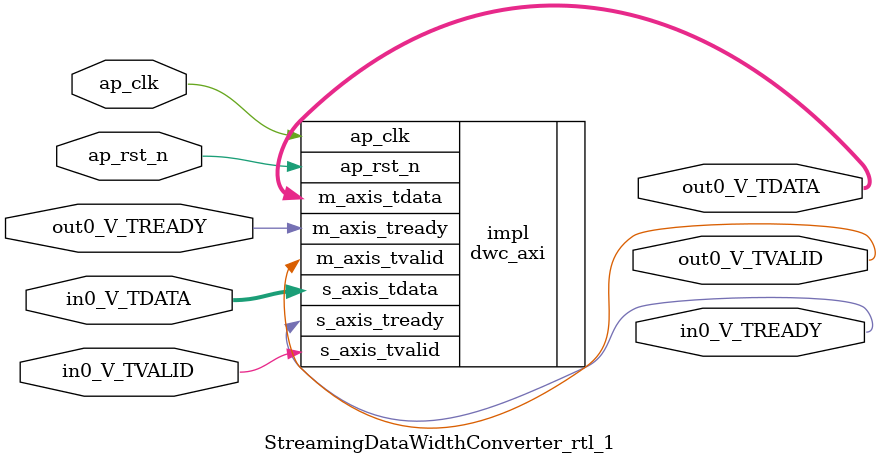
<source format=v>
/******************************************************************************
 * Copyright (C) 2023, Advanced Micro Devices, Inc.
 * All rights reserved.
 *
 * Redistribution and use in source and binary forms, with or without
 * modification, are permitted provided that the following conditions are met:
 *
 *  1. Redistributions of source code must retain the above copyright notice,
 *     this list of conditions and the following disclaimer.
 *
 *  2. Redistributions in binary form must reproduce the above copyright
 *     notice, this list of conditions and the following disclaimer in the
 *     documentation and/or other materials provided with the distribution.
 *
 *  3. Neither the name of the copyright holder nor the names of its
 *     contributors may be used to endorse or promote products derived from
 *     this software without specific prior written permission.
 *
 * THIS SOFTWARE IS PROVIDED BY THE COPYRIGHT HOLDERS AND CONTRIBUTORS "AS IS"
 * AND ANY EXPRESS OR IMPLIED WARRANTIES, INCLUDING, BUT NOT LIMITED TO,
 * THE IMPLIED WARRANTIES OF MERCHANTABILITY AND FITNESS FOR A PARTICULAR
 * PURPOSE ARE DISCLAIMED. IN NO EVENT SHALL THE COPYRIGHT HOLDER OR
 * CONTRIBUTORS BE LIABLE FOR ANY DIRECT, INDIRECT, INCIDENTAL, SPECIAL,
 * EXEMPLARY, OR CONSEQUENTIAL DAMAGES (INCLUDING, BUT NOT LIMITED TO,
 * PROCUREMENT OF SUBSTITUTE GOODS OR SERVICES; LOSS OF USE, DATA, OR PROFITS;
 * OR BUSINESS INTERRUPTION). HOWEVER CAUSED AND ON ANY THEORY OF LIABILITY,
 * WHETHER IN CONTRACT, STRICT LIABILITY, OR TORT (INCLUDING NEGLIGENCE OR
 * OTHERWISE) ARISING IN ANY WAY OUT OF THE USE OF THIS SOFTWARE, EVEN IF
 * ADVISED OF THE POSSIBILITY OF SUCH DAMAGE.
 *****************************************************************************/

module StreamingDataWidthConverter_rtl_1 #(
	parameter  IBITS = 2,
	parameter  OBITS = 128,

	parameter  AXI_IBITS = (IBITS+7)/8 * 8,
	parameter  AXI_OBITS = (OBITS+7)/8 * 8
)(
	//- Global Control ------------------
	(* X_INTERFACE_INFO = "xilinx.com:signal:clock:1.0 ap_clk CLK" *)
	(* X_INTERFACE_PARAMETER = "ASSOCIATED_BUSIF in0_V:out0_V, ASSOCIATED_RESET ap_rst_n" *)
	input	ap_clk,
	(* X_INTERFACE_PARAMETER = "POLARITY ACTIVE_LOW" *)
	input	ap_rst_n,

	//- AXI Stream - Input --------------
	output	in0_V_TREADY,
	input	in0_V_TVALID,
	input	[AXI_IBITS-1:0]  in0_V_TDATA,

	//- AXI Stream - Output -------------
	input	out0_V_TREADY,
	output	out0_V_TVALID,
	output	[AXI_OBITS-1:0]  out0_V_TDATA
);

	dwc_axi #(
		.IBITS(IBITS),
		.OBITS(OBITS)
	) impl (
		.ap_clk(ap_clk),
		.ap_rst_n(ap_rst_n),
		.s_axis_tready(in0_V_TREADY),
		.s_axis_tvalid(in0_V_TVALID),
		.s_axis_tdata(in0_V_TDATA),
		.m_axis_tready(out0_V_TREADY),
		.m_axis_tvalid(out0_V_TVALID),
		.m_axis_tdata(out0_V_TDATA)
	);

endmodule

</source>
